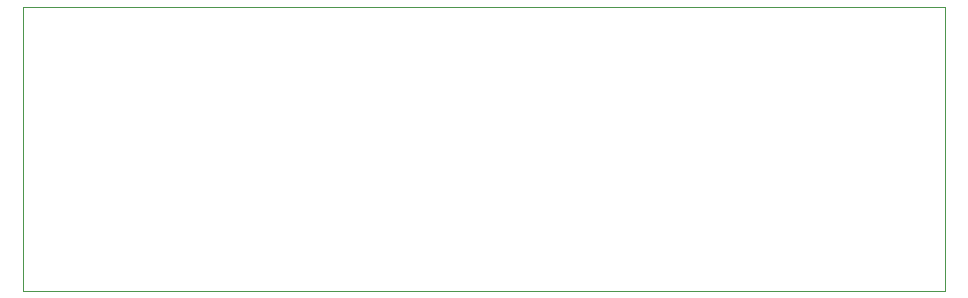
<source format=gm1>
G04 #@! TF.GenerationSoftware,KiCad,Pcbnew,(5.1.9)-1*
G04 #@! TF.CreationDate,2022-11-24T18:24:53+09:00*
G04 #@! TF.ProjectId,ROMCHG,524f4d43-4847-42e6-9b69-6361645f7063,rev?*
G04 #@! TF.SameCoordinates,PX53920b0PYad82f20*
G04 #@! TF.FileFunction,Profile,NP*
%FSLAX46Y46*%
G04 Gerber Fmt 4.6, Leading zero omitted, Abs format (unit mm)*
G04 Created by KiCad (PCBNEW (5.1.9)-1) date 2022-11-24 18:24:53*
%MOMM*%
%LPD*%
G01*
G04 APERTURE LIST*
G04 #@! TA.AperFunction,Profile*
%ADD10C,0.050000*%
G04 #@! TD*
G04 APERTURE END LIST*
D10*
X78000000Y24000000D02*
X0Y24000000D01*
X0Y24000000D02*
X0Y0D01*
X78000000Y0D02*
X78000000Y24000000D01*
X0Y0D02*
X78000000Y0D01*
M02*

</source>
